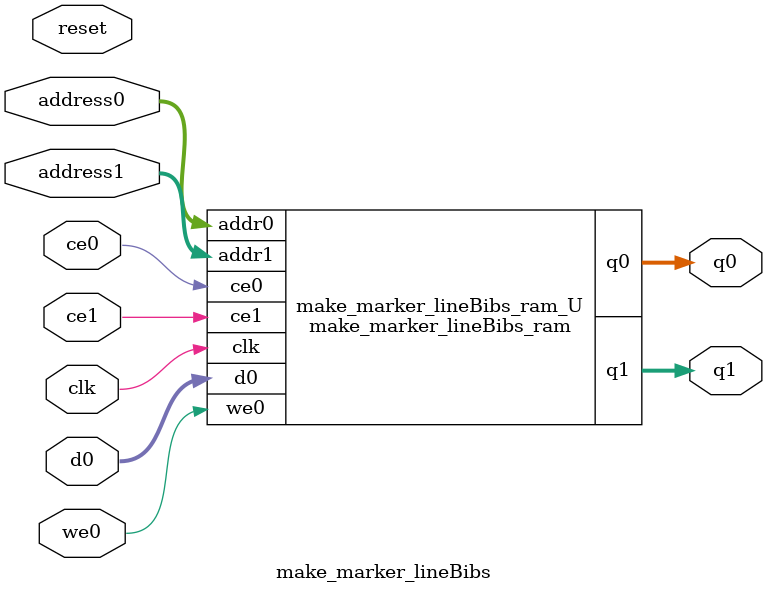
<source format=v>

`timescale 1 ns / 1 ps
module make_marker_lineBibs_ram (addr0, ce0, d0, we0, q0, addr1, ce1, q1,  clk);

parameter DWIDTH = 8;
parameter AWIDTH = 9;
parameter MEM_SIZE = 310;

input[AWIDTH-1:0] addr0;
input ce0;
input[DWIDTH-1:0] d0;
input we0;
output reg[DWIDTH-1:0] q0;
input[AWIDTH-1:0] addr1;
input ce1;
output reg[DWIDTH-1:0] q1;
input clk;

(* ram_style = "block" *)reg [DWIDTH-1:0] ram[0:MEM_SIZE-1];




always @(posedge clk)  
begin 
    if (ce0) 
    begin
        if (we0) 
        begin 
            ram[addr0] <= d0; 
            q0 <= d0;
        end 
        else 
            q0 <= ram[addr0];
    end
end


always @(posedge clk)  
begin 
    if (ce1) 
    begin
            q1 <= ram[addr1];
    end
end


endmodule


`timescale 1 ns / 1 ps
module make_marker_lineBibs(
    reset,
    clk,
    address0,
    ce0,
    we0,
    d0,
    q0,
    address1,
    ce1,
    q1);

parameter DataWidth = 32'd8;
parameter AddressRange = 32'd310;
parameter AddressWidth = 32'd9;
input reset;
input clk;
input[AddressWidth - 1:0] address0;
input ce0;
input we0;
input[DataWidth - 1:0] d0;
output[DataWidth - 1:0] q0;
input[AddressWidth - 1:0] address1;
input ce1;
output[DataWidth - 1:0] q1;



make_marker_lineBibs_ram make_marker_lineBibs_ram_U(
    .clk( clk ),
    .addr0( address0 ),
    .ce0( ce0 ),
    .d0( d0 ),
    .we0( we0 ),
    .q0( q0 ),
    .addr1( address1 ),
    .ce1( ce1 ),
    .q1( q1 ));

endmodule


</source>
